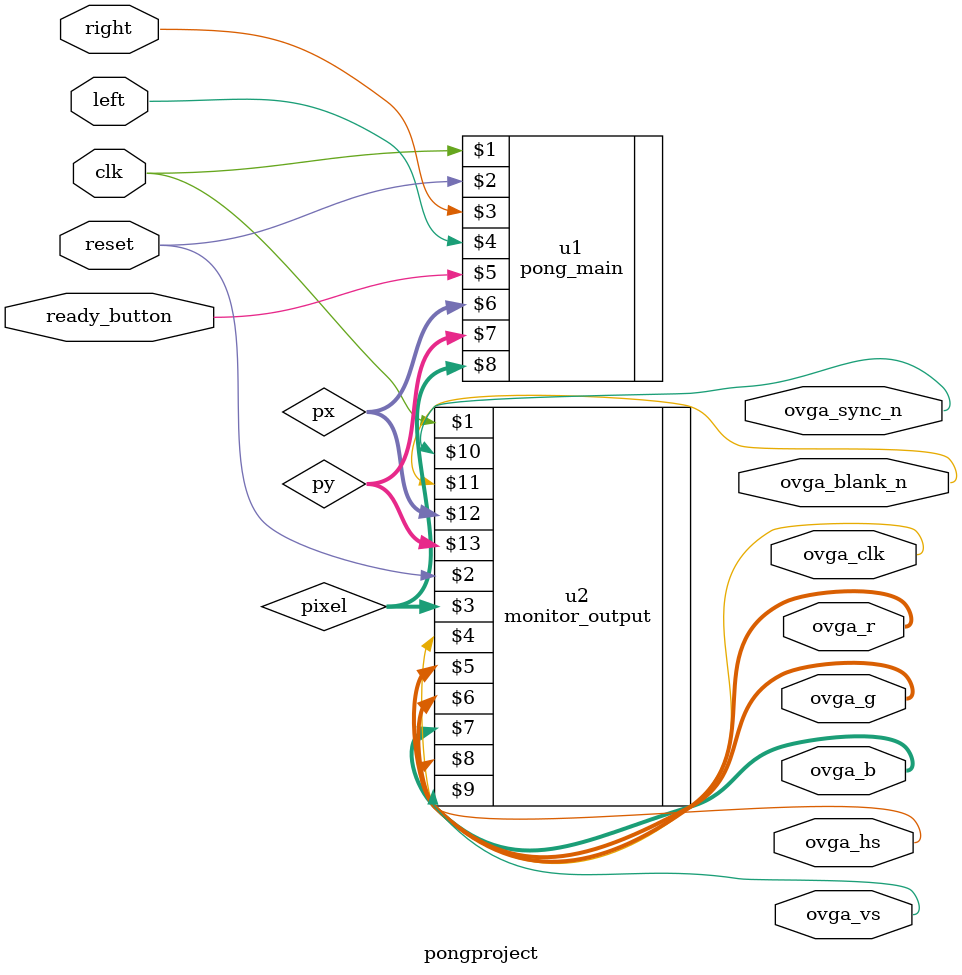
<source format=v>
module pongproject(clk, reset, 
	ready_button, 
	right, left,
	ovga_clk, ovga_r, ovga_g, ovga_b,
	ovga_hs, ovga_vs, ovga_sync_n, ovga_blank_n);
	
	input clk, reset;
	input ready_button;
	input right, left;
	output ovga_clk;
	output [7:0] ovga_r, ovga_g, ovga_b;
	output ovga_hs, ovga_vs;
	output ovga_sync_n;
	output ovga_blank_n;
	
	wire [9:0] px, py;
	wire [23:0] pixel;
	
	
	monitor_output u2 (clk, reset, pixel, ovga_clk, ovga_r, ovga_g,
		ovga_b, ovga_hs, ovga_vs, ovga_sync_n, ovga_blank_n, px, py);
	
	pong_main u1(clk, reset, right, left, ready_button, px, py, pixel);
	
	
endmodule
</source>
